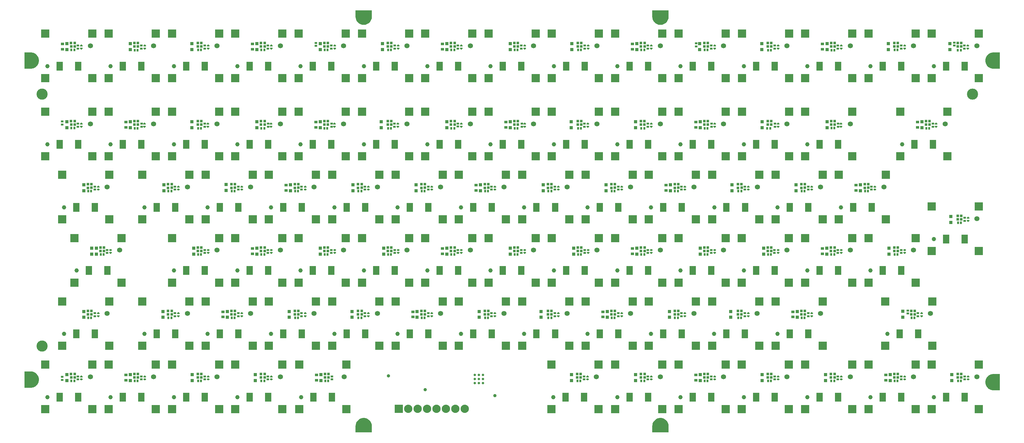
<source format=gts>
G04*
G04 #@! TF.GenerationSoftware,Altium Limited,Altium Designer,24.2.2 (26)*
G04*
G04 Layer_Color=8388736*
%FSLAX44Y44*%
%MOMM*%
G71*
G04*
G04 #@! TF.SameCoordinates,2B7E99FB-4F0D-402E-9D71-9E8D4FD60802*
G04*
G04*
G04 #@! TF.FilePolarity,Negative*
G04*
G01*
G75*
%ADD19C,3.0000*%
%ADD20R,0.6400X0.5400*%
%ADD21R,0.5400X0.6400*%
%ADD22R,0.7100X0.7100*%
%ADD23R,0.9600X0.9600*%
%ADD24R,0.6500X0.4000*%
%ADD25R,0.4000X0.5000*%
%ADD26C,0.9100*%
%ADD27R,0.9600X0.7600*%
%ADD28C,2.2400*%
%ADD29R,2.2400X2.2400*%
%ADD30R,2.1600X2.1600*%
%ADD31C,1.3600*%
%ADD32C,1.1600*%
%ADD33R,1.7100X2.3600*%
%ADD34C,2.3600*%
%ADD35C,0.6600*%
G36*
X1739030Y1098890D02*
X1739030Y1097929D01*
X1738863Y1096016D01*
X1738529Y1094124D01*
X1738032Y1092268D01*
X1737375Y1090463D01*
X1736563Y1088722D01*
X1735602Y1087058D01*
X1734500Y1085484D01*
X1733266Y1084013D01*
X1731907Y1082654D01*
X1730435Y1081420D01*
X1728862Y1080318D01*
X1727198Y1079357D01*
X1725457Y1078545D01*
X1723652Y1077888D01*
X1721796Y1077391D01*
X1719904Y1077057D01*
X1717991Y1076890D01*
X1716069Y1076890D01*
X1714156Y1077057D01*
X1712264Y1077391D01*
X1710408Y1077888D01*
X1708603Y1078545D01*
X1706862Y1079357D01*
X1705198Y1080318D01*
X1703625Y1081420D01*
X1702153Y1082654D01*
X1700795Y1084013D01*
X1699560Y1085484D01*
X1698458Y1087058D01*
X1697497Y1088722D01*
X1696685Y1090463D01*
X1696028Y1092268D01*
X1695531Y1094124D01*
X1695197Y1096016D01*
X1695030Y1097929D01*
X1695030Y1098890D01*
Y1098890D01*
X1695030D01*
Y1115890D01*
X1739030D01*
Y1098890D01*
D02*
G37*
G36*
X939030D02*
X939030Y1097929D01*
X938863Y1096016D01*
X938529Y1094124D01*
X938032Y1092268D01*
X937375Y1090463D01*
X936563Y1088722D01*
X935602Y1087058D01*
X934500Y1085484D01*
X933266Y1084013D01*
X931907Y1082654D01*
X930435Y1081420D01*
X928862Y1080318D01*
X927198Y1079357D01*
X925457Y1078545D01*
X923652Y1077888D01*
X921796Y1077391D01*
X919904Y1077057D01*
X917990Y1076890D01*
X916069Y1076890D01*
X914156Y1077057D01*
X912264Y1077391D01*
X910408Y1077888D01*
X908603Y1078545D01*
X906862Y1079357D01*
X905198Y1080318D01*
X903624Y1081420D01*
X902153Y1082654D01*
X900795Y1084013D01*
X899560Y1085484D01*
X898458Y1087058D01*
X897497Y1088722D01*
X896685Y1090463D01*
X896028Y1092268D01*
X895531Y1094124D01*
X895197Y1096016D01*
X895030Y1097929D01*
X895030Y1098890D01*
Y1098890D01*
X895030D01*
Y1115890D01*
X939030D01*
Y1098890D01*
D02*
G37*
G36*
X21874Y1002323D02*
X23766Y1001989D01*
X25622Y1001492D01*
X27427Y1000835D01*
X29168Y1000023D01*
X30832Y999062D01*
X32406Y997960D01*
X33877Y996726D01*
X35236Y995367D01*
X36470Y993895D01*
X37572Y992322D01*
X38533Y990658D01*
X39345Y988917D01*
X40002Y987112D01*
X40499Y985256D01*
X40833Y983364D01*
X41000Y981451D01*
X41000Y979529D01*
X40833Y977616D01*
X40499Y975724D01*
X40002Y973868D01*
X39345Y972063D01*
X38533Y970322D01*
X37572Y968658D01*
X36470Y967085D01*
X35236Y965613D01*
X33877Y964255D01*
X32406Y963020D01*
X30832Y961918D01*
X29168Y960957D01*
X27427Y960145D01*
X25622Y959488D01*
X23766Y958991D01*
X21874Y958658D01*
X19961Y958490D01*
X19000Y958490D01*
X19000D01*
Y958490D01*
X2000D01*
Y1002490D01*
X19000D01*
X19961Y1002490D01*
X21874Y1002323D01*
D02*
G37*
G36*
X2615050Y1002490D02*
X2632050D01*
Y958490D01*
X2615050D01*
X2614089Y958490D01*
X2612176Y958657D01*
X2610284Y958991D01*
X2608428Y959488D01*
X2606623Y960145D01*
X2604882Y960957D01*
X2603218Y961918D01*
X2601645Y963020D01*
X2600173Y964254D01*
X2598814Y965613D01*
X2597580Y967085D01*
X2596478Y968658D01*
X2595517Y970322D01*
X2594705Y972063D01*
X2594048Y973868D01*
X2593551Y975724D01*
X2593217Y977616D01*
X2593050Y979529D01*
X2593050Y981451D01*
X2593217Y983364D01*
X2593551Y985256D01*
X2594048Y987112D01*
X2594705Y988917D01*
X2595517Y990658D01*
X2596478Y992322D01*
X2597580Y993895D01*
X2598814Y995367D01*
X2600173Y996725D01*
X2601645Y997960D01*
X2603218Y999062D01*
X2604882Y1000023D01*
X2606623Y1000835D01*
X2608428Y1001492D01*
X2610284Y1001989D01*
X2612176Y1002323D01*
X2614089Y1002490D01*
X2615050Y1002490D01*
X2615050D01*
Y1002490D01*
D02*
G37*
G36*
X21874Y141473D02*
X23766Y141139D01*
X25622Y140642D01*
X27427Y139985D01*
X29168Y139173D01*
X30832Y138212D01*
X32406Y137110D01*
X33877Y135876D01*
X35236Y134517D01*
X36470Y133046D01*
X37572Y131472D01*
X38533Y129808D01*
X39345Y128067D01*
X40002Y126262D01*
X40499Y124406D01*
X40833Y122514D01*
X41000Y120601D01*
X41000Y118680D01*
X40833Y116766D01*
X40499Y114874D01*
X40002Y113018D01*
X39345Y111213D01*
X38533Y109472D01*
X37572Y107808D01*
X36470Y106235D01*
X35236Y104763D01*
X33877Y103405D01*
X32406Y102170D01*
X30832Y101068D01*
X29168Y100107D01*
X27427Y99295D01*
X25622Y98638D01*
X23766Y98141D01*
X21874Y97807D01*
X19961Y97640D01*
X19000Y97640D01*
X19000D01*
Y97640D01*
X2000D01*
Y141640D01*
X19000D01*
X19961Y141640D01*
X21874Y141473D01*
D02*
G37*
G36*
X2615050Y134790D02*
X2632050D01*
Y90790D01*
X2615050D01*
X2614089Y90790D01*
X2612176Y90957D01*
X2610284Y91291D01*
X2608428Y91788D01*
X2606623Y92445D01*
X2604882Y93257D01*
X2603218Y94218D01*
X2601645Y95320D01*
X2600173Y96554D01*
X2598814Y97913D01*
X2597580Y99384D01*
X2596478Y100958D01*
X2595517Y102622D01*
X2594705Y104363D01*
X2594048Y106168D01*
X2593551Y108024D01*
X2593217Y109916D01*
X2593050Y111829D01*
X2593050Y113750D01*
X2593217Y115664D01*
X2593551Y117556D01*
X2594048Y119412D01*
X2594705Y121217D01*
X2595517Y122958D01*
X2596478Y124622D01*
X2597580Y126195D01*
X2598814Y127667D01*
X2600173Y129025D01*
X2601645Y130260D01*
X2603218Y131362D01*
X2604882Y132323D01*
X2606623Y133135D01*
X2608428Y133792D01*
X2610284Y134289D01*
X2612176Y134622D01*
X2614089Y134790D01*
X2615050Y134790D01*
X2615050D01*
Y134790D01*
D02*
G37*
G36*
X1719904Y15773D02*
X1721796Y15439D01*
X1723652Y14942D01*
X1725457Y14285D01*
X1727198Y13473D01*
X1728862Y12512D01*
X1730435Y11410D01*
X1731907Y10176D01*
X1733266Y8817D01*
X1734500Y7345D01*
X1735602Y5772D01*
X1736563Y4108D01*
X1737375Y2367D01*
X1738032Y562D01*
X1738529Y-1294D01*
X1738862Y-3186D01*
X1739030Y-5099D01*
X1739030Y-6060D01*
Y-6060D01*
X1739030D01*
Y-23060D01*
X1695030D01*
Y-6060D01*
X1695030Y-5099D01*
X1695197Y-3186D01*
X1695531Y-1294D01*
X1696028Y562D01*
X1696685Y2367D01*
X1697497Y4108D01*
X1698458Y5772D01*
X1699560Y7345D01*
X1700794Y8817D01*
X1702153Y10176D01*
X1703625Y11410D01*
X1705198Y12512D01*
X1706862Y13473D01*
X1708603Y14285D01*
X1710408Y14942D01*
X1712264Y15439D01*
X1714156Y15773D01*
X1716069Y15940D01*
X1717991Y15940D01*
X1719904Y15773D01*
D02*
G37*
G36*
X919904D02*
X921796Y15439D01*
X923652Y14942D01*
X925457Y14285D01*
X927198Y13473D01*
X928862Y12512D01*
X930435Y11410D01*
X931907Y10176D01*
X933266Y8817D01*
X934500Y7345D01*
X935602Y5772D01*
X936563Y4108D01*
X937375Y2367D01*
X938032Y562D01*
X938529Y-1294D01*
X938863Y-3186D01*
X939030Y-5099D01*
X939030Y-6060D01*
Y-6060D01*
X939030D01*
Y-23060D01*
X895030D01*
Y-6060D01*
X895030Y-5099D01*
X895197Y-3186D01*
X895531Y-1294D01*
X896028Y562D01*
X896685Y2367D01*
X897497Y4108D01*
X898458Y5772D01*
X899560Y7345D01*
X900794Y8817D01*
X902153Y10176D01*
X903624Y11410D01*
X905198Y12512D01*
X906862Y13473D01*
X908603Y14285D01*
X910408Y14942D01*
X912264Y15439D01*
X914156Y15773D01*
X916069Y15940D01*
X917990Y15940D01*
X919904Y15773D01*
D02*
G37*
D19*
X50000Y210000D02*
D03*
Y890000D02*
D03*
X2558550D02*
D03*
D20*
X1510890Y120050D02*
D03*
Y127950D02*
D03*
X1683120Y120050D02*
D03*
Y127950D02*
D03*
X1853850Y120050D02*
D03*
Y127950D02*
D03*
X2024590Y120050D02*
D03*
Y127950D02*
D03*
X2195320Y120050D02*
D03*
Y127950D02*
D03*
X2366050Y120050D02*
D03*
Y127950D02*
D03*
X2536780Y120050D02*
D03*
Y127950D02*
D03*
X2411420Y290790D02*
D03*
Y298690D02*
D03*
X2115270Y290790D02*
D03*
Y298690D02*
D03*
X1944530Y290790D02*
D03*
Y298690D02*
D03*
X1773800Y290790D02*
D03*
Y298690D02*
D03*
X1603070Y290790D02*
D03*
Y298690D02*
D03*
X1432330Y290790D02*
D03*
Y298690D02*
D03*
X1261600Y290790D02*
D03*
Y298690D02*
D03*
X1090870Y290790D02*
D03*
Y298690D02*
D03*
X920140Y290790D02*
D03*
Y298690D02*
D03*
X749400Y290790D02*
D03*
Y298690D02*
D03*
X578670Y290790D02*
D03*
Y298690D02*
D03*
X407940Y290790D02*
D03*
Y298690D02*
D03*
X487940Y461520D02*
D03*
Y469420D02*
D03*
X658670Y461520D02*
D03*
Y469420D02*
D03*
X829400Y461520D02*
D03*
Y469420D02*
D03*
X1170870Y461520D02*
D03*
Y469420D02*
D03*
X1000140Y461520D02*
D03*
Y469420D02*
D03*
X1341600Y461520D02*
D03*
Y469420D02*
D03*
X1512330Y461520D02*
D03*
Y469420D02*
D03*
X1683070Y461520D02*
D03*
Y469420D02*
D03*
X1853800Y461520D02*
D03*
Y469420D02*
D03*
X2024530Y461520D02*
D03*
Y469420D02*
D03*
X2195270Y461520D02*
D03*
Y469420D02*
D03*
X2366050Y461520D02*
D03*
Y469420D02*
D03*
X2536780Y548050D02*
D03*
Y555950D02*
D03*
X2286050Y632250D02*
D03*
Y640150D02*
D03*
X2115320Y632250D02*
D03*
Y640150D02*
D03*
X1944590Y632250D02*
D03*
Y640150D02*
D03*
X1603070Y632250D02*
D03*
Y640150D02*
D03*
X1432330Y632250D02*
D03*
Y640150D02*
D03*
X1261600Y632250D02*
D03*
Y640150D02*
D03*
X1773800Y632250D02*
D03*
Y640150D02*
D03*
X1090870Y632250D02*
D03*
Y640150D02*
D03*
X920140Y632250D02*
D03*
Y640150D02*
D03*
X749400Y632250D02*
D03*
Y640150D02*
D03*
X578670Y632250D02*
D03*
Y640150D02*
D03*
X407940Y632250D02*
D03*
Y640150D02*
D03*
X488000Y802320D02*
D03*
Y810220D02*
D03*
X318000Y802320D02*
D03*
Y810220D02*
D03*
X659000Y802320D02*
D03*
Y810220D02*
D03*
X830000Y802320D02*
D03*
Y810220D02*
D03*
X1000000Y802320D02*
D03*
Y810220D02*
D03*
X1170320Y802335D02*
D03*
Y810235D02*
D03*
X1343000Y802320D02*
D03*
Y810220D02*
D03*
X1512000Y802320D02*
D03*
Y810220D02*
D03*
X1683000Y802320D02*
D03*
Y810220D02*
D03*
X1855000Y802320D02*
D03*
Y810220D02*
D03*
X2026000Y802320D02*
D03*
Y810220D02*
D03*
X2196000Y802320D02*
D03*
Y810220D02*
D03*
X2452000Y802320D02*
D03*
Y810220D02*
D03*
X2536620Y1013050D02*
D03*
Y1020950D02*
D03*
X2366050Y1013050D02*
D03*
Y1020950D02*
D03*
X2195450Y1013050D02*
D03*
Y1020950D02*
D03*
X2024620Y1013050D02*
D03*
Y1020950D02*
D03*
X1853620Y1013050D02*
D03*
Y1020950D02*
D03*
X1682940Y1013050D02*
D03*
Y1020950D02*
D03*
X1512340Y1013050D02*
D03*
Y1020950D02*
D03*
X1341620Y1013050D02*
D03*
Y1020950D02*
D03*
X1170790Y1013050D02*
D03*
Y1020950D02*
D03*
X1000130Y1013050D02*
D03*
Y1020950D02*
D03*
X829290Y1013050D02*
D03*
Y1020950D02*
D03*
X658620Y1013050D02*
D03*
Y1020950D02*
D03*
X487980Y1013050D02*
D03*
Y1020950D02*
D03*
X317170Y1013050D02*
D03*
Y1020950D02*
D03*
X146470Y1013050D02*
D03*
Y1020950D02*
D03*
Y802320D02*
D03*
Y810220D02*
D03*
X191840Y632250D02*
D03*
Y640150D02*
D03*
X225310Y461520D02*
D03*
Y469420D02*
D03*
X191840Y290790D02*
D03*
Y298690D02*
D03*
X146470Y120050D02*
D03*
Y127950D02*
D03*
X317200Y120050D02*
D03*
Y127950D02*
D03*
X487940Y120050D02*
D03*
Y127950D02*
D03*
X658670Y120050D02*
D03*
Y127950D02*
D03*
X830890Y120050D02*
D03*
Y127950D02*
D03*
X2509448Y1028857D02*
D03*
Y1020957D02*
D03*
X2383586Y306131D02*
D03*
Y298231D02*
D03*
X1813077Y1019050D02*
D03*
Y1026950D02*
D03*
X788000Y1020050D02*
D03*
Y1027950D02*
D03*
X104000Y808050D02*
D03*
Y815950D02*
D03*
Y119050D02*
D03*
Y126950D02*
D03*
D21*
X1493240Y115770D02*
D03*
X1501140D02*
D03*
X1756150Y286000D02*
D03*
X1764050D02*
D03*
X641020Y457000D02*
D03*
X648920D02*
D03*
X2348400D02*
D03*
X2356300D02*
D03*
X902490Y627970D02*
D03*
X910390D02*
D03*
X1323611Y797889D02*
D03*
X1331511D02*
D03*
X2006970Y1008644D02*
D03*
X2014870D02*
D03*
X299520Y1008436D02*
D03*
X307420D02*
D03*
X1665470Y115770D02*
D03*
X1673370D02*
D03*
X1585420Y286000D02*
D03*
X1593320D02*
D03*
X811750Y457000D02*
D03*
X819650D02*
D03*
X2519130Y542610D02*
D03*
X2527030D02*
D03*
X731750Y627970D02*
D03*
X739650D02*
D03*
X1494690Y798000D02*
D03*
X1502590D02*
D03*
X1835970Y1009000D02*
D03*
X1843870D02*
D03*
X128820D02*
D03*
X136720D02*
D03*
X1836200Y115770D02*
D03*
X1844100D02*
D03*
X1414680Y286000D02*
D03*
X1422580D02*
D03*
X982490Y457000D02*
D03*
X990390D02*
D03*
X2268400Y627970D02*
D03*
X2276300D02*
D03*
X561020D02*
D03*
X568920D02*
D03*
X1665290Y798000D02*
D03*
X1673190D02*
D03*
X1665290Y1009000D02*
D03*
X1673190D02*
D03*
X128820Y798270D02*
D03*
X136720D02*
D03*
X2006940Y115770D02*
D03*
X2014840D02*
D03*
X1243950Y285926D02*
D03*
X1251850D02*
D03*
X1153220Y457000D02*
D03*
X1161120D02*
D03*
X2097670Y627970D02*
D03*
X2105570D02*
D03*
X390290D02*
D03*
X398190D02*
D03*
X1835970Y798000D02*
D03*
X1843870D02*
D03*
X1494690Y1009000D02*
D03*
X1502590D02*
D03*
X174190Y627970D02*
D03*
X182090D02*
D03*
X2177670Y115770D02*
D03*
X2185570D02*
D03*
X1073220Y286355D02*
D03*
X1081120D02*
D03*
X1323950Y457000D02*
D03*
X1331850D02*
D03*
X1926940Y627970D02*
D03*
X1934840D02*
D03*
X299520Y797762D02*
D03*
X307420D02*
D03*
X2005050Y798000D02*
D03*
X2012950D02*
D03*
X1323970Y1009000D02*
D03*
X1331870D02*
D03*
X207660Y457000D02*
D03*
X215560D02*
D03*
X2348400Y115770D02*
D03*
X2356300D02*
D03*
X902490Y285993D02*
D03*
X910390D02*
D03*
X1494680Y457000D02*
D03*
X1502580D02*
D03*
X1756150Y627970D02*
D03*
X1764050D02*
D03*
X470310Y798000D02*
D03*
X478210D02*
D03*
X2177800Y798154D02*
D03*
X2185700D02*
D03*
X1153140Y1009074D02*
D03*
X1161040D02*
D03*
X174190Y286510D02*
D03*
X182090D02*
D03*
X2519130Y115770D02*
D03*
X2527030D02*
D03*
X731750Y286015D02*
D03*
X739650D02*
D03*
X1665420Y457000D02*
D03*
X1673320D02*
D03*
X1585420Y627970D02*
D03*
X1593320D02*
D03*
X640970Y797818D02*
D03*
X648870D02*
D03*
X2433610Y797987D02*
D03*
X2441510D02*
D03*
X982480Y1009000D02*
D03*
X990380D02*
D03*
X128820Y115770D02*
D03*
X136720D02*
D03*
X2393770Y286000D02*
D03*
X2401670D02*
D03*
X561020D02*
D03*
X568920D02*
D03*
X1836150Y457000D02*
D03*
X1844050D02*
D03*
X1414680Y627970D02*
D03*
X1422580D02*
D03*
X810855Y797770D02*
D03*
X818755D02*
D03*
X2518970Y1008500D02*
D03*
X2526870D02*
D03*
X811640Y1009000D02*
D03*
X819540D02*
D03*
X299550Y115770D02*
D03*
X307450D02*
D03*
X2097620Y286000D02*
D03*
X2105520D02*
D03*
X390290D02*
D03*
X398190D02*
D03*
X2006880Y457000D02*
D03*
X2014780D02*
D03*
X1243950Y627970D02*
D03*
X1251850D02*
D03*
X982480Y798000D02*
D03*
X990380D02*
D03*
X2348400Y1009000D02*
D03*
X2356300D02*
D03*
X640970Y1008917D02*
D03*
X648870D02*
D03*
X470290Y115770D02*
D03*
X478190D02*
D03*
X1926880Y286000D02*
D03*
X1934780D02*
D03*
X470290Y457000D02*
D03*
X478190D02*
D03*
X2177620D02*
D03*
X2185520D02*
D03*
X1073220Y627970D02*
D03*
X1081120D02*
D03*
X1153140Y798000D02*
D03*
X1161040D02*
D03*
X2177800Y1008439D02*
D03*
X2185700D02*
D03*
X470310Y1009000D02*
D03*
X478210D02*
D03*
X641020Y115770D02*
D03*
X648920D02*
D03*
X821140Y115770D02*
D03*
X813240D02*
D03*
D22*
X1674162Y134520D02*
D03*
X1664662D02*
D03*
X1674178Y125084D02*
D03*
X1664678Y125020D02*
D03*
X1594112Y305260D02*
D03*
X1584612D02*
D03*
X1594128Y295824D02*
D03*
X1584628Y295760D02*
D03*
X820442Y475990D02*
D03*
X810942D02*
D03*
X820458Y466554D02*
D03*
X810958Y466490D02*
D03*
X2527822Y561360D02*
D03*
X2518322D02*
D03*
X2527838Y551924D02*
D03*
X2518338Y551860D02*
D03*
X740442Y646720D02*
D03*
X730942D02*
D03*
X740458Y637284D02*
D03*
X730958Y637220D02*
D03*
X1503382Y817020D02*
D03*
X1493882D02*
D03*
X1503398Y807584D02*
D03*
X1493898Y807520D02*
D03*
X1844842Y1027750D02*
D03*
X1835342D02*
D03*
X1844858Y1018314D02*
D03*
X1835358Y1018250D02*
D03*
X137512Y1027750D02*
D03*
X128012D02*
D03*
X137528Y1018314D02*
D03*
X128028Y1018250D02*
D03*
X1844892Y134520D02*
D03*
X1835392D02*
D03*
X1844908Y125084D02*
D03*
X1835408Y125020D02*
D03*
X1423372Y305260D02*
D03*
X1413872D02*
D03*
X1423388Y295824D02*
D03*
X1413888Y295760D02*
D03*
X991182Y475990D02*
D03*
X981682D02*
D03*
X991198Y466554D02*
D03*
X981698Y466490D02*
D03*
X2277092Y646720D02*
D03*
X2267592D02*
D03*
X2277108Y637284D02*
D03*
X2267608Y637220D02*
D03*
X569712Y646720D02*
D03*
X560212D02*
D03*
X569728Y637284D02*
D03*
X560228Y637220D02*
D03*
X1673982Y817020D02*
D03*
X1664482D02*
D03*
X1673998Y807584D02*
D03*
X1664498Y807520D02*
D03*
X1674112Y1027750D02*
D03*
X1664612D02*
D03*
X1674128Y1018314D02*
D03*
X1664628Y1018250D02*
D03*
X137512Y817020D02*
D03*
X128012D02*
D03*
X137528Y807584D02*
D03*
X128028Y807520D02*
D03*
X2015632Y134520D02*
D03*
X2006132D02*
D03*
X2015648Y125084D02*
D03*
X2006148Y125020D02*
D03*
X1252642Y305260D02*
D03*
X1243142D02*
D03*
X1252658Y295824D02*
D03*
X1243158Y295760D02*
D03*
X1161912Y475990D02*
D03*
X1152412D02*
D03*
X1161928Y466554D02*
D03*
X1152428Y466490D02*
D03*
X2106362Y646720D02*
D03*
X2096862D02*
D03*
X2106378Y637284D02*
D03*
X2096878Y637220D02*
D03*
X398982Y646720D02*
D03*
X389482D02*
D03*
X398998Y637284D02*
D03*
X389498Y637220D02*
D03*
X1844662Y817020D02*
D03*
X1835162D02*
D03*
X1844678Y807584D02*
D03*
X1835178Y807520D02*
D03*
X1503382Y1027750D02*
D03*
X1493882D02*
D03*
X1503398Y1018314D02*
D03*
X1493898Y1018250D02*
D03*
X182882Y646720D02*
D03*
X173382D02*
D03*
X182898Y637284D02*
D03*
X173398Y637220D02*
D03*
X2186362Y134520D02*
D03*
X2176862D02*
D03*
X2186378Y125084D02*
D03*
X2176878Y125020D02*
D03*
X1081912Y305260D02*
D03*
X1072412D02*
D03*
X1081928Y295824D02*
D03*
X1072428Y295760D02*
D03*
X1332642Y475990D02*
D03*
X1323142D02*
D03*
X1332658Y466554D02*
D03*
X1323158Y466490D02*
D03*
X1935632Y646720D02*
D03*
X1926132D02*
D03*
X1935648Y637284D02*
D03*
X1926148Y637220D02*
D03*
X308212Y817020D02*
D03*
X298712D02*
D03*
X308228Y807584D02*
D03*
X298728Y807520D02*
D03*
X2015662Y817020D02*
D03*
X2006162D02*
D03*
X2015678Y807584D02*
D03*
X2006178Y807520D02*
D03*
X1332662Y1027750D02*
D03*
X1323162D02*
D03*
X1332678Y1018314D02*
D03*
X1323178Y1018250D02*
D03*
X216392Y475990D02*
D03*
X206892D02*
D03*
X216408Y466554D02*
D03*
X206908Y466490D02*
D03*
X2357092Y134520D02*
D03*
X2347592D02*
D03*
X2357108Y125084D02*
D03*
X2347608Y125020D02*
D03*
X911182Y305260D02*
D03*
X901682D02*
D03*
X911198Y295824D02*
D03*
X901698Y295760D02*
D03*
X1503372Y475990D02*
D03*
X1493872D02*
D03*
X1503388Y466554D02*
D03*
X1493888Y466490D02*
D03*
X1764842Y646720D02*
D03*
X1755342D02*
D03*
X1764858Y637284D02*
D03*
X1755358Y637220D02*
D03*
X479002Y817020D02*
D03*
X469502D02*
D03*
X479018Y807584D02*
D03*
X469518Y807520D02*
D03*
X2186492Y817020D02*
D03*
X2176992D02*
D03*
X2186508Y807584D02*
D03*
X2177008Y807520D02*
D03*
X1161832Y1027750D02*
D03*
X1152332D02*
D03*
X1161848Y1018314D02*
D03*
X1152348Y1018250D02*
D03*
X182882Y305260D02*
D03*
X173382D02*
D03*
X182898Y295824D02*
D03*
X173398Y295760D02*
D03*
X2527822Y134520D02*
D03*
X2518322D02*
D03*
X2527838Y125084D02*
D03*
X2518338Y125020D02*
D03*
X740442Y305260D02*
D03*
X730942D02*
D03*
X740458Y295824D02*
D03*
X730958Y295760D02*
D03*
X1674112Y475990D02*
D03*
X1664612D02*
D03*
X1674128Y466554D02*
D03*
X1664628Y466490D02*
D03*
X1594112Y646720D02*
D03*
X1584612D02*
D03*
X1594128Y637284D02*
D03*
X1584628Y637220D02*
D03*
X649662Y817020D02*
D03*
X640162D02*
D03*
X649678Y807584D02*
D03*
X640178Y807520D02*
D03*
X2442302Y817020D02*
D03*
X2432802D02*
D03*
X2442318Y807584D02*
D03*
X2432818Y807520D02*
D03*
X991172Y1027750D02*
D03*
X981672D02*
D03*
X991188Y1018314D02*
D03*
X981688Y1018250D02*
D03*
X137512Y134520D02*
D03*
X128012D02*
D03*
X137528Y125084D02*
D03*
X128028Y125020D02*
D03*
X2402462Y305260D02*
D03*
X2392962D02*
D03*
X2402478Y295824D02*
D03*
X2392978Y295760D02*
D03*
X569712Y305260D02*
D03*
X560212D02*
D03*
X569728Y295824D02*
D03*
X560228Y295760D02*
D03*
X1844842Y475990D02*
D03*
X1835342D02*
D03*
X1844858Y466554D02*
D03*
X1835358Y466490D02*
D03*
X1423372Y646720D02*
D03*
X1413872D02*
D03*
X1423388Y637284D02*
D03*
X1413888Y637220D02*
D03*
X820332Y817020D02*
D03*
X810832D02*
D03*
X820348Y807584D02*
D03*
X810848Y807520D02*
D03*
X2527822Y1027750D02*
D03*
X2518322D02*
D03*
X2527838Y1018314D02*
D03*
X2518338Y1018250D02*
D03*
X820332Y1027750D02*
D03*
X810832D02*
D03*
X820348Y1018314D02*
D03*
X810848Y1018250D02*
D03*
X308242Y134520D02*
D03*
X298742D02*
D03*
X308258Y125084D02*
D03*
X298758Y125020D02*
D03*
X2106312Y305260D02*
D03*
X2096812D02*
D03*
X2106328Y295824D02*
D03*
X2096828Y295760D02*
D03*
X398982Y305260D02*
D03*
X389482D02*
D03*
X398998Y295824D02*
D03*
X389498Y295760D02*
D03*
X2015572Y475990D02*
D03*
X2006072D02*
D03*
X2015588Y466554D02*
D03*
X2006088Y466490D02*
D03*
X1252642Y646720D02*
D03*
X1243142D02*
D03*
X1252658Y637284D02*
D03*
X1243158Y637220D02*
D03*
X991172Y817020D02*
D03*
X981672D02*
D03*
X991188Y807584D02*
D03*
X981688Y807520D02*
D03*
X2357092Y1027750D02*
D03*
X2347592D02*
D03*
X2357108Y1018314D02*
D03*
X2347608Y1018250D02*
D03*
X649662Y1027750D02*
D03*
X640162D02*
D03*
X649678Y1018314D02*
D03*
X640178Y1018250D02*
D03*
X478982Y134520D02*
D03*
X469482D02*
D03*
X478998Y125084D02*
D03*
X469498Y125020D02*
D03*
X1935572Y305260D02*
D03*
X1926072D02*
D03*
X1935588Y295824D02*
D03*
X1926088Y295760D02*
D03*
X478982Y475990D02*
D03*
X469482D02*
D03*
X478998Y466554D02*
D03*
X469498Y466490D02*
D03*
X2186312Y475990D02*
D03*
X2176812D02*
D03*
X2186328Y466554D02*
D03*
X2176828Y466490D02*
D03*
X1081912Y646720D02*
D03*
X1072412D02*
D03*
X1081928Y637284D02*
D03*
X1072428Y637220D02*
D03*
X1161832Y817020D02*
D03*
X1152332D02*
D03*
X1161848Y807584D02*
D03*
X1152348Y807520D02*
D03*
X2186522Y1027750D02*
D03*
X2177022D02*
D03*
X2186538Y1018314D02*
D03*
X2177038Y1018250D02*
D03*
X479002Y1027750D02*
D03*
X469502D02*
D03*
X479018Y1018314D02*
D03*
X469518Y1018250D02*
D03*
X649712Y134520D02*
D03*
X640212D02*
D03*
X649728Y125084D02*
D03*
X640228Y125020D02*
D03*
X1501932Y134520D02*
D03*
X1492432D02*
D03*
X1501948Y125084D02*
D03*
X1492448Y125020D02*
D03*
X1764842Y305260D02*
D03*
X1755342D02*
D03*
X1764858Y295824D02*
D03*
X1755358Y295760D02*
D03*
X649712Y475990D02*
D03*
X640212D02*
D03*
X649728Y466554D02*
D03*
X640228Y466490D02*
D03*
X2357092Y475990D02*
D03*
X2347592D02*
D03*
X2357108Y466554D02*
D03*
X2347608Y466490D02*
D03*
X911182Y646720D02*
D03*
X901682D02*
D03*
X911198Y637284D02*
D03*
X901698Y637220D02*
D03*
X1332662Y817020D02*
D03*
X1323162D02*
D03*
X1332678Y807584D02*
D03*
X1323178Y807520D02*
D03*
X2015792Y1027750D02*
D03*
X2006292D02*
D03*
X2015808Y1018314D02*
D03*
X2006308Y1018250D02*
D03*
X308212Y1027750D02*
D03*
X298712D02*
D03*
X308228Y1018314D02*
D03*
X298728Y1018250D02*
D03*
X821932Y134520D02*
D03*
X812432D02*
D03*
X821948Y125084D02*
D03*
X812448Y125020D02*
D03*
D23*
X183830Y474340D02*
D03*
Y458340D02*
D03*
X1477420Y132870D02*
D03*
Y116870D02*
D03*
X1991120Y132870D02*
D03*
Y116870D02*
D03*
X2502338Y132813D02*
D03*
Y116813D02*
D03*
X1906574Y303610D02*
D03*
Y287610D02*
D03*
X1395443Y303610D02*
D03*
Y287610D02*
D03*
X885000Y303610D02*
D03*
Y287610D02*
D03*
X375340Y303610D02*
D03*
Y287610D02*
D03*
X799800Y458340D02*
D03*
Y474340D02*
D03*
X1312000Y458340D02*
D03*
Y474340D02*
D03*
X1824200Y458340D02*
D03*
Y474340D02*
D03*
X2333450Y474340D02*
D03*
Y458340D02*
D03*
X2082720Y645070D02*
D03*
Y629070D02*
D03*
X1570470Y645070D02*
D03*
Y629070D02*
D03*
X1058270Y645070D02*
D03*
Y629070D02*
D03*
X546070Y646020D02*
D03*
Y630020D02*
D03*
X453510Y815370D02*
D03*
Y799370D02*
D03*
X964000Y815370D02*
D03*
Y799370D02*
D03*
X1476000Y815370D02*
D03*
Y799370D02*
D03*
X1991280Y815370D02*
D03*
Y799370D02*
D03*
X2497246Y1026088D02*
D03*
Y1010088D02*
D03*
X1990170Y1026100D02*
D03*
Y1010100D02*
D03*
X1477890Y1026100D02*
D03*
Y1010100D02*
D03*
X967314Y1026194D02*
D03*
Y1010194D02*
D03*
X453510Y1026100D02*
D03*
Y1010100D02*
D03*
X116870Y815370D02*
D03*
Y799370D02*
D03*
X162240Y303610D02*
D03*
Y287610D02*
D03*
X454000Y132870D02*
D03*
Y116870D02*
D03*
X1649650Y116870D02*
D03*
Y132870D02*
D03*
X2161850Y116870D02*
D03*
Y132870D02*
D03*
X2370312Y303886D02*
D03*
Y287886D02*
D03*
X1741000Y287610D02*
D03*
Y303610D02*
D03*
X1228130Y287610D02*
D03*
Y303610D02*
D03*
X715930Y287610D02*
D03*
Y303610D02*
D03*
X458340Y458340D02*
D03*
Y474340D02*
D03*
X970540Y458340D02*
D03*
Y474340D02*
D03*
X1482730Y458340D02*
D03*
Y474340D02*
D03*
X1994930Y458340D02*
D03*
Y474340D02*
D03*
X2500180Y559710D02*
D03*
Y543710D02*
D03*
X1909990Y645070D02*
D03*
Y629070D02*
D03*
X1400730Y645070D02*
D03*
Y629070D02*
D03*
X887540Y645070D02*
D03*
Y629070D02*
D03*
X378340Y629070D02*
D03*
Y645070D02*
D03*
X629060Y799370D02*
D03*
Y815370D02*
D03*
X1141340Y799370D02*
D03*
Y815370D02*
D03*
X1649600Y815370D02*
D03*
Y799370D02*
D03*
X2166000Y799370D02*
D03*
Y815370D02*
D03*
X2331600Y1010100D02*
D03*
Y1026100D02*
D03*
X1823000Y1026000D02*
D03*
Y1010000D02*
D03*
X1312000Y1010000D02*
D03*
Y1026000D02*
D03*
X799800Y1026100D02*
D03*
Y1010100D02*
D03*
X287720Y1026100D02*
D03*
Y1010100D02*
D03*
X162240Y629070D02*
D03*
Y645070D02*
D03*
X116870Y132870D02*
D03*
Y116870D02*
D03*
X625000Y132870D02*
D03*
Y116870D02*
D03*
X1824250Y132870D02*
D03*
Y116870D02*
D03*
X2336450Y132870D02*
D03*
Y116870D02*
D03*
X2085670Y287610D02*
D03*
Y303610D02*
D03*
X1573470Y287610D02*
D03*
Y303610D02*
D03*
X1061000Y287610D02*
D03*
Y303610D02*
D03*
X549000Y287610D02*
D03*
Y303610D02*
D03*
X629070Y474340D02*
D03*
Y458340D02*
D03*
X1141270Y474340D02*
D03*
Y458340D02*
D03*
X1653470Y474340D02*
D03*
Y458340D02*
D03*
X2165670Y474340D02*
D03*
Y458340D02*
D03*
X2256450Y629070D02*
D03*
Y645070D02*
D03*
X1744200Y629070D02*
D03*
Y645070D02*
D03*
X1232000Y629070D02*
D03*
Y645070D02*
D03*
X719800Y629070D02*
D03*
Y645070D02*
D03*
X287720Y815370D02*
D03*
Y799370D02*
D03*
X799800Y815370D02*
D03*
Y799370D02*
D03*
X1311720Y815370D02*
D03*
Y799370D02*
D03*
X1824200Y815370D02*
D03*
Y799370D02*
D03*
X2421810Y815370D02*
D03*
Y799370D02*
D03*
X2166000Y1026100D02*
D03*
Y1010100D02*
D03*
X1653490Y1026100D02*
D03*
Y1010100D02*
D03*
X1141340Y1010100D02*
D03*
Y1026100D02*
D03*
X629060Y1026100D02*
D03*
Y1010100D02*
D03*
X116870Y1026100D02*
D03*
Y1010100D02*
D03*
X196168Y458340D02*
D03*
Y474340D02*
D03*
X287600Y132870D02*
D03*
Y116870D02*
D03*
X801290Y132870D02*
D03*
Y116870D02*
D03*
D24*
X2546160Y127500D02*
D03*
Y120500D02*
D03*
X2375430Y127500D02*
D03*
Y120500D02*
D03*
X2204700Y127500D02*
D03*
Y120500D02*
D03*
X2033970Y127500D02*
D03*
Y120500D02*
D03*
X1863230Y127500D02*
D03*
Y120500D02*
D03*
X1692500Y127500D02*
D03*
Y120500D02*
D03*
X1520270Y127500D02*
D03*
Y120500D02*
D03*
X668050Y127500D02*
D03*
Y120500D02*
D03*
X497320Y127500D02*
D03*
Y120500D02*
D03*
X326580Y127500D02*
D03*
Y120500D02*
D03*
X155850Y127500D02*
D03*
Y120500D02*
D03*
X2420800Y298240D02*
D03*
Y291240D02*
D03*
X2124650Y298240D02*
D03*
Y291240D02*
D03*
X1953910Y298240D02*
D03*
Y291240D02*
D03*
X1783180Y298240D02*
D03*
Y291240D02*
D03*
X1612450Y298240D02*
D03*
Y291240D02*
D03*
X1441710Y298240D02*
D03*
Y291240D02*
D03*
X1270980Y298240D02*
D03*
Y291240D02*
D03*
X1100250Y298240D02*
D03*
Y291240D02*
D03*
X929520Y298240D02*
D03*
Y291240D02*
D03*
X758780Y298240D02*
D03*
Y291240D02*
D03*
X588050Y298240D02*
D03*
Y291240D02*
D03*
X417320Y298240D02*
D03*
Y291240D02*
D03*
X201220Y298240D02*
D03*
Y291240D02*
D03*
X2375430Y468970D02*
D03*
Y461970D02*
D03*
X2204650Y468970D02*
D03*
Y461970D02*
D03*
X2033910Y468970D02*
D03*
Y461970D02*
D03*
X1863180Y468970D02*
D03*
Y461970D02*
D03*
X1692450Y468970D02*
D03*
Y461970D02*
D03*
X1521710Y468970D02*
D03*
Y461970D02*
D03*
X1350980Y468970D02*
D03*
Y461970D02*
D03*
X1180250Y468970D02*
D03*
Y461970D02*
D03*
X1009520Y468970D02*
D03*
Y461970D02*
D03*
X838780Y468970D02*
D03*
Y461970D02*
D03*
X668050Y468970D02*
D03*
Y461970D02*
D03*
X497320Y468970D02*
D03*
Y461970D02*
D03*
X234690Y468970D02*
D03*
Y461970D02*
D03*
X2546160Y555500D02*
D03*
Y548500D02*
D03*
X2295430Y639700D02*
D03*
Y632700D02*
D03*
X2124700Y639700D02*
D03*
Y632700D02*
D03*
X1953970Y639700D02*
D03*
Y632700D02*
D03*
X1783180Y639700D02*
D03*
Y632700D02*
D03*
X1612450Y639700D02*
D03*
Y632700D02*
D03*
X1441710Y639700D02*
D03*
Y632700D02*
D03*
X1270980Y639700D02*
D03*
Y632700D02*
D03*
X1100250Y639700D02*
D03*
Y632700D02*
D03*
X929520Y639700D02*
D03*
Y632700D02*
D03*
X758780Y639700D02*
D03*
Y632700D02*
D03*
X588050Y639700D02*
D03*
Y632700D02*
D03*
X417320Y639700D02*
D03*
Y632700D02*
D03*
X201220Y639700D02*
D03*
Y632700D02*
D03*
X2460000Y809770D02*
D03*
Y802770D02*
D03*
X2204000Y809770D02*
D03*
Y802770D02*
D03*
X2034000Y809770D02*
D03*
Y802770D02*
D03*
X1863000Y809770D02*
D03*
Y802770D02*
D03*
X1692000Y809770D02*
D03*
Y802770D02*
D03*
X1521000Y809770D02*
D03*
Y802770D02*
D03*
X1351000Y809770D02*
D03*
Y802770D02*
D03*
X1179964Y809770D02*
D03*
Y802770D02*
D03*
X1009000Y809770D02*
D03*
Y802770D02*
D03*
X838000Y809770D02*
D03*
Y802770D02*
D03*
X667000Y809770D02*
D03*
Y802770D02*
D03*
X497000Y809770D02*
D03*
Y802770D02*
D03*
X326000Y809770D02*
D03*
Y802770D02*
D03*
X155850Y809770D02*
D03*
Y802770D02*
D03*
X2546000Y1020500D02*
D03*
Y1013500D02*
D03*
X2375434Y1020462D02*
D03*
Y1013462D02*
D03*
X2204828Y1020500D02*
D03*
Y1013500D02*
D03*
X2034000Y1020500D02*
D03*
Y1013500D02*
D03*
X1863000Y1020500D02*
D03*
Y1013500D02*
D03*
X1692318Y1020500D02*
D03*
Y1013500D02*
D03*
X1521718Y1020500D02*
D03*
Y1013500D02*
D03*
X1351000Y1020500D02*
D03*
Y1013500D02*
D03*
X1180172Y1020500D02*
D03*
Y1013500D02*
D03*
X1009515Y1020500D02*
D03*
Y1013500D02*
D03*
X838673Y1020500D02*
D03*
Y1013500D02*
D03*
X668000Y1020500D02*
D03*
Y1013500D02*
D03*
X497340Y1020524D02*
D03*
Y1013524D02*
D03*
X326551Y1020500D02*
D03*
Y1013500D02*
D03*
X155853Y1020500D02*
D03*
Y1013500D02*
D03*
D25*
X2546160Y128000D02*
D03*
Y120000D02*
D03*
X2375430Y128000D02*
D03*
Y120000D02*
D03*
X2204700Y128000D02*
D03*
Y120000D02*
D03*
X2033970Y128000D02*
D03*
Y120000D02*
D03*
X1863230Y128000D02*
D03*
Y120000D02*
D03*
X1692500Y128000D02*
D03*
Y120000D02*
D03*
X1520270Y128000D02*
D03*
Y120000D02*
D03*
X668050Y128000D02*
D03*
Y120000D02*
D03*
X497320Y128000D02*
D03*
Y120000D02*
D03*
X326580Y128000D02*
D03*
Y120000D02*
D03*
X155850Y128000D02*
D03*
Y120000D02*
D03*
X2420800Y298740D02*
D03*
Y290740D02*
D03*
X2124650Y298740D02*
D03*
Y290740D02*
D03*
X1953910Y298740D02*
D03*
Y290740D02*
D03*
X1783180Y298740D02*
D03*
Y290740D02*
D03*
X1612450Y298740D02*
D03*
Y290740D02*
D03*
X1441710Y298740D02*
D03*
Y290740D02*
D03*
X1270980Y298740D02*
D03*
Y290740D02*
D03*
X1100250Y298740D02*
D03*
Y290740D02*
D03*
X929520Y298740D02*
D03*
Y290740D02*
D03*
X758780Y298740D02*
D03*
Y290740D02*
D03*
X588050Y298740D02*
D03*
Y290740D02*
D03*
X417320Y298740D02*
D03*
Y290740D02*
D03*
X201220Y298740D02*
D03*
Y290740D02*
D03*
X2375430Y469470D02*
D03*
Y461470D02*
D03*
X2204650Y469470D02*
D03*
Y461470D02*
D03*
X2033910Y469470D02*
D03*
Y461470D02*
D03*
X1863180Y469470D02*
D03*
Y461470D02*
D03*
X1692450Y469470D02*
D03*
Y461470D02*
D03*
X1521710Y469470D02*
D03*
Y461470D02*
D03*
X1350980Y469470D02*
D03*
Y461470D02*
D03*
X1180250Y469470D02*
D03*
Y461470D02*
D03*
X1009520Y469470D02*
D03*
Y461470D02*
D03*
X838780Y469470D02*
D03*
Y461470D02*
D03*
X668050Y469470D02*
D03*
Y461470D02*
D03*
X497320Y469470D02*
D03*
Y461470D02*
D03*
X234690Y469470D02*
D03*
Y461470D02*
D03*
X2546160Y556000D02*
D03*
Y548000D02*
D03*
X2295430Y640200D02*
D03*
Y632200D02*
D03*
X2124700Y640200D02*
D03*
Y632200D02*
D03*
X1953970Y640200D02*
D03*
Y632200D02*
D03*
X1783180Y640200D02*
D03*
Y632200D02*
D03*
X1612450Y640200D02*
D03*
Y632200D02*
D03*
X1441710Y640200D02*
D03*
Y632200D02*
D03*
X1270980Y640200D02*
D03*
Y632200D02*
D03*
X1100250Y640200D02*
D03*
Y632200D02*
D03*
X929520Y640200D02*
D03*
Y632200D02*
D03*
X758780Y640200D02*
D03*
Y632200D02*
D03*
X588050Y640200D02*
D03*
Y632200D02*
D03*
X417320Y640200D02*
D03*
Y632200D02*
D03*
X201220Y640200D02*
D03*
Y632200D02*
D03*
X2460000Y810270D02*
D03*
Y802270D02*
D03*
X2204000Y810270D02*
D03*
Y802270D02*
D03*
X2034000Y810270D02*
D03*
Y802270D02*
D03*
X1863000Y810270D02*
D03*
Y802270D02*
D03*
X1692000Y810270D02*
D03*
Y802270D02*
D03*
X1521000Y810270D02*
D03*
Y802270D02*
D03*
X1351000Y810270D02*
D03*
Y802270D02*
D03*
X1179964Y810270D02*
D03*
Y802270D02*
D03*
X1009000Y810270D02*
D03*
Y802270D02*
D03*
X838000Y810270D02*
D03*
Y802270D02*
D03*
X667000Y810270D02*
D03*
Y802270D02*
D03*
X497000Y810270D02*
D03*
Y802270D02*
D03*
X326000Y810270D02*
D03*
Y802270D02*
D03*
X155850Y810270D02*
D03*
Y802270D02*
D03*
X2546000Y1021000D02*
D03*
Y1013000D02*
D03*
X2375434Y1020962D02*
D03*
Y1012962D02*
D03*
X2204828Y1021000D02*
D03*
Y1013000D02*
D03*
X2034000Y1021000D02*
D03*
Y1013000D02*
D03*
X1863000Y1021000D02*
D03*
Y1013000D02*
D03*
X1692318Y1021000D02*
D03*
Y1013000D02*
D03*
X1521718Y1021000D02*
D03*
Y1013000D02*
D03*
X1351000Y1021000D02*
D03*
Y1013000D02*
D03*
X1180172Y1021000D02*
D03*
Y1013000D02*
D03*
X1009515Y1021000D02*
D03*
Y1013000D02*
D03*
X838673Y1021000D02*
D03*
Y1013000D02*
D03*
X668000Y1021000D02*
D03*
Y1013000D02*
D03*
X497340Y1021024D02*
D03*
Y1013024D02*
D03*
X326551Y1021000D02*
D03*
Y1013000D02*
D03*
X155853Y1021000D02*
D03*
Y1013000D02*
D03*
D26*
X983512Y129644D02*
D03*
X1270526Y76580D02*
D03*
X1083000Y92000D02*
D03*
D27*
X1812370Y117870D02*
D03*
Y131870D02*
D03*
X2325000Y117870D02*
D03*
Y131870D02*
D03*
X2073819Y302610D02*
D03*
Y288610D02*
D03*
X1561590Y302610D02*
D03*
Y288610D02*
D03*
X1049390Y302610D02*
D03*
Y288610D02*
D03*
X537190Y302610D02*
D03*
Y288610D02*
D03*
X617190Y459340D02*
D03*
Y473340D02*
D03*
X1129390Y459340D02*
D03*
Y473340D02*
D03*
X1641590Y459340D02*
D03*
Y473340D02*
D03*
X2153790Y459340D02*
D03*
Y473340D02*
D03*
X2244570Y644070D02*
D03*
Y630070D02*
D03*
X1732320Y644070D02*
D03*
Y630070D02*
D03*
X1220120Y644070D02*
D03*
Y630070D02*
D03*
X707920Y644070D02*
D03*
Y630070D02*
D03*
X275690Y800370D02*
D03*
Y814370D02*
D03*
X788000Y800370D02*
D03*
Y814370D02*
D03*
X1300065Y800370D02*
D03*
Y814370D02*
D03*
X1812397Y800370D02*
D03*
Y814370D02*
D03*
X2409917Y800404D02*
D03*
Y814404D02*
D03*
X2154000Y1011100D02*
D03*
Y1025100D02*
D03*
X1641590Y1011100D02*
D03*
Y1025100D02*
D03*
X1129390Y1025100D02*
D03*
Y1011100D02*
D03*
X617180Y1011100D02*
D03*
Y1025100D02*
D03*
X104990Y1011100D02*
D03*
Y1025100D02*
D03*
X275720Y117870D02*
D03*
Y131870D02*
D03*
X790000Y117870D02*
D03*
Y131870D02*
D03*
D28*
X1138100Y40700D02*
D03*
X1112700D02*
D03*
X1087300D02*
D03*
X1061900D02*
D03*
X1036500D02*
D03*
X1188900D02*
D03*
X1163500D02*
D03*
D29*
X1011100D02*
D03*
D30*
X570560Y933030D02*
D03*
X697560Y1053030D02*
D03*
X570560D02*
D03*
X697560Y933030D02*
D03*
X1039040D02*
D03*
X912040Y1053030D02*
D03*
X1039040D02*
D03*
X912040Y933030D02*
D03*
X1082770D02*
D03*
X1209770Y1053030D02*
D03*
X1082770D02*
D03*
X1209770Y933030D02*
D03*
X1380500D02*
D03*
X1253500Y1053030D02*
D03*
X1380500D02*
D03*
X1253500Y933030D02*
D03*
X1424230D02*
D03*
X1551230Y1053030D02*
D03*
X1424230D02*
D03*
X1551230Y933030D02*
D03*
X1721970D02*
D03*
X1594970Y1053030D02*
D03*
X1721970D02*
D03*
X1594970Y933030D02*
D03*
X1765700D02*
D03*
X1892700Y1053030D02*
D03*
X1765700D02*
D03*
X1892700Y933030D02*
D03*
X2063650D02*
D03*
X1936650Y1053030D02*
D03*
X2063650D02*
D03*
X1936650Y933030D02*
D03*
X2107380D02*
D03*
X2234380Y1053030D02*
D03*
X2107380D02*
D03*
X2234380Y933030D02*
D03*
X2404950D02*
D03*
X2277950Y1053030D02*
D03*
X2404950D02*
D03*
X2277950Y933030D02*
D03*
X2448680D02*
D03*
X2575680Y1053030D02*
D03*
X2448680D02*
D03*
X2575680Y933030D02*
D03*
X185370D02*
D03*
X58370Y1053030D02*
D03*
X185370D02*
D03*
X58370Y933030D02*
D03*
X229100D02*
D03*
X356100Y1053030D02*
D03*
X229100D02*
D03*
X356100Y933030D02*
D03*
X526840D02*
D03*
X399840Y1053030D02*
D03*
X526840D02*
D03*
X399840Y933030D02*
D03*
X741300D02*
D03*
X868300Y1053030D02*
D03*
X741300D02*
D03*
X868300Y933030D02*
D03*
X185370Y722300D02*
D03*
X58370Y842300D02*
D03*
X185370D02*
D03*
X58370Y722300D02*
D03*
X229100D02*
D03*
X356100Y842300D02*
D03*
X229100D02*
D03*
X356100Y722300D02*
D03*
X526840D02*
D03*
X399840Y842300D02*
D03*
X526840D02*
D03*
X399840Y722300D02*
D03*
X570560D02*
D03*
X697560Y842300D02*
D03*
X570560D02*
D03*
X697560Y722300D02*
D03*
X868300D02*
D03*
X741300Y842300D02*
D03*
X868300D02*
D03*
X741300Y722300D02*
D03*
X912040D02*
D03*
X1039040Y842300D02*
D03*
X912040D02*
D03*
X1039040Y722300D02*
D03*
X1209770D02*
D03*
X1082770Y842300D02*
D03*
X1209770D02*
D03*
X1082770Y722300D02*
D03*
X1253500D02*
D03*
X1380500Y842300D02*
D03*
X1253500D02*
D03*
X1380500Y722300D02*
D03*
X1551230D02*
D03*
X1424230Y842300D02*
D03*
X1551230D02*
D03*
X1424230Y722300D02*
D03*
X1594970D02*
D03*
X1721970Y842300D02*
D03*
X1594970D02*
D03*
X1721970Y722300D02*
D03*
X1892700D02*
D03*
X1765700Y842300D02*
D03*
X1892700D02*
D03*
X1765700Y722300D02*
D03*
X1936650D02*
D03*
X2063650Y842300D02*
D03*
X1936650D02*
D03*
X2063650Y722300D02*
D03*
X2234380D02*
D03*
X2107380Y842300D02*
D03*
X2234380D02*
D03*
X2107380Y722300D02*
D03*
X2363320D02*
D03*
X2490320Y842300D02*
D03*
X2363320D02*
D03*
X2490320Y722300D02*
D03*
X230740Y552000D02*
D03*
X103740Y672000D02*
D03*
X230740D02*
D03*
X103740Y552000D02*
D03*
X319840D02*
D03*
X446840Y672000D02*
D03*
X319840D02*
D03*
X446840Y552000D02*
D03*
X617570D02*
D03*
X490570Y672000D02*
D03*
X617570D02*
D03*
X490570Y552000D02*
D03*
X661300D02*
D03*
X788300Y672000D02*
D03*
X661300D02*
D03*
X788300Y552000D02*
D03*
X959040D02*
D03*
X832040Y672000D02*
D03*
X959040D02*
D03*
X832040Y552000D02*
D03*
X1002770D02*
D03*
X1129770Y672000D02*
D03*
X1002770D02*
D03*
X1129770Y552000D02*
D03*
X1300500D02*
D03*
X1173500Y672000D02*
D03*
X1300500D02*
D03*
X1173500Y552000D02*
D03*
X1344230D02*
D03*
X1471230Y672000D02*
D03*
X1344230D02*
D03*
X1471230Y552000D02*
D03*
X1641970D02*
D03*
X1514970Y672000D02*
D03*
X1641970D02*
D03*
X1514970Y552000D02*
D03*
X1685700D02*
D03*
X1812700Y672000D02*
D03*
X1685700D02*
D03*
X1812700Y552000D02*
D03*
X1983490D02*
D03*
X1856490Y672000D02*
D03*
X1983490D02*
D03*
X1856490Y552000D02*
D03*
X2027220D02*
D03*
X2154220Y672000D02*
D03*
X2027220D02*
D03*
X2154220Y552000D02*
D03*
X2324950D02*
D03*
X2197950Y672000D02*
D03*
X2324950D02*
D03*
X2197950Y552000D02*
D03*
X2448680Y466640D02*
D03*
X2575680Y586640D02*
D03*
X2448680D02*
D03*
X2575680Y466640D02*
D03*
X264210Y381270D02*
D03*
X137210Y501270D02*
D03*
X264210D02*
D03*
X137210Y381270D02*
D03*
X399840D02*
D03*
X526840Y501270D02*
D03*
X399840D02*
D03*
X526840Y381270D02*
D03*
X697570D02*
D03*
X570570Y501270D02*
D03*
X697570D02*
D03*
X570570Y381270D02*
D03*
X741300D02*
D03*
X868300Y501270D02*
D03*
X741300D02*
D03*
X868300Y381270D02*
D03*
X1039040D02*
D03*
X912040Y501270D02*
D03*
X1039040D02*
D03*
X912040Y381270D02*
D03*
X1082770D02*
D03*
X1209770Y501270D02*
D03*
X1082770D02*
D03*
X1209770Y381270D02*
D03*
X1380500D02*
D03*
X1253500Y501270D02*
D03*
X1380500D02*
D03*
X1253500Y381270D02*
D03*
X1424230D02*
D03*
X1551230Y501270D02*
D03*
X1424230D02*
D03*
X1551230Y381270D02*
D03*
X1721970D02*
D03*
X1594970Y501270D02*
D03*
X1721970D02*
D03*
X1594970Y381270D02*
D03*
X1765700D02*
D03*
X1892700Y501270D02*
D03*
X1765700D02*
D03*
X1892700Y381270D02*
D03*
X2063430D02*
D03*
X1936430Y501270D02*
D03*
X2063430D02*
D03*
X1936430Y381270D02*
D03*
X2107170D02*
D03*
X2234170Y501270D02*
D03*
X2107170D02*
D03*
X2234170Y381270D02*
D03*
X2404950D02*
D03*
X2277950Y501270D02*
D03*
X2404950D02*
D03*
X2277950Y381270D02*
D03*
X103740Y210540D02*
D03*
X230740Y330540D02*
D03*
X103740D02*
D03*
X230740Y210540D02*
D03*
X446840D02*
D03*
X319840Y330540D02*
D03*
X446840D02*
D03*
X319840Y210540D02*
D03*
X490570D02*
D03*
X617570Y330540D02*
D03*
X490570D02*
D03*
X617570Y210540D02*
D03*
X788300D02*
D03*
X661300Y330540D02*
D03*
X788300D02*
D03*
X661300Y210540D02*
D03*
X832040D02*
D03*
X959040Y330540D02*
D03*
X832040D02*
D03*
X959040Y210540D02*
D03*
X1129770D02*
D03*
X1002770Y330540D02*
D03*
X1129770D02*
D03*
X1002770Y210540D02*
D03*
X1173500D02*
D03*
X1300500Y330540D02*
D03*
X1173500D02*
D03*
X1300500Y210540D02*
D03*
X1471230D02*
D03*
X1344230Y330540D02*
D03*
X1471230D02*
D03*
X1344230Y210540D02*
D03*
X1514970D02*
D03*
X1641970Y330540D02*
D03*
X1514970D02*
D03*
X1641970Y210540D02*
D03*
X1812700D02*
D03*
X1685700Y330540D02*
D03*
X1812700D02*
D03*
X1685700Y210540D02*
D03*
X1856430D02*
D03*
X1983430Y330540D02*
D03*
X1856430D02*
D03*
X1983430Y210540D02*
D03*
X2154170D02*
D03*
X2027170Y330540D02*
D03*
X2154170D02*
D03*
X2027170Y210540D02*
D03*
X2323320D02*
D03*
X2450320Y330540D02*
D03*
X2323320D02*
D03*
X2450320Y210540D02*
D03*
X185370Y39800D02*
D03*
X58370Y159800D02*
D03*
X185370D02*
D03*
X58370Y39800D02*
D03*
X229100D02*
D03*
X356100Y159800D02*
D03*
X229100D02*
D03*
X356100Y39800D02*
D03*
X526840D02*
D03*
X399840Y159800D02*
D03*
X526840D02*
D03*
X399840Y39800D02*
D03*
X570570D02*
D03*
X697570Y159800D02*
D03*
X570570D02*
D03*
X697570Y39800D02*
D03*
X1549790D02*
D03*
X1422790Y159800D02*
D03*
X1549790D02*
D03*
X1422790Y39800D02*
D03*
X1595020D02*
D03*
X1722020Y159800D02*
D03*
X1595020D02*
D03*
X1722020Y39800D02*
D03*
X1892750D02*
D03*
X1765750Y159800D02*
D03*
X1892750D02*
D03*
X1765750Y39800D02*
D03*
X1936490D02*
D03*
X2063490Y159800D02*
D03*
X1936490D02*
D03*
X2063490Y39800D02*
D03*
X2234220D02*
D03*
X2107220Y159800D02*
D03*
X2234220D02*
D03*
X2107220Y39800D02*
D03*
X2277950D02*
D03*
X2404950Y159800D02*
D03*
X2277950D02*
D03*
X2404950Y39800D02*
D03*
X2575680D02*
D03*
X2448680Y159800D02*
D03*
X2575680D02*
D03*
X2448680Y39800D02*
D03*
X742790D02*
D03*
X869790Y159800D02*
D03*
X742790D02*
D03*
X869790Y39800D02*
D03*
D31*
X692060Y1020530D02*
D03*
X1033540D02*
D03*
X1204270D02*
D03*
X1375000D02*
D03*
X1545730D02*
D03*
X1716470D02*
D03*
X1887200D02*
D03*
X2058150D02*
D03*
X2228880D02*
D03*
X2399450D02*
D03*
X2570180D02*
D03*
X179870D02*
D03*
X350600D02*
D03*
X521340D02*
D03*
X862800D02*
D03*
X179870Y809800D02*
D03*
X350600D02*
D03*
X521340D02*
D03*
X692060D02*
D03*
X862800D02*
D03*
X1033540D02*
D03*
X1204270D02*
D03*
X1375000D02*
D03*
X1545730D02*
D03*
X1716470D02*
D03*
X1887200D02*
D03*
X2058150D02*
D03*
X2228880D02*
D03*
X2484820D02*
D03*
X225240Y639500D02*
D03*
X441340D02*
D03*
X612070D02*
D03*
X782800D02*
D03*
X953540D02*
D03*
X1124270D02*
D03*
X1295000D02*
D03*
X1465730D02*
D03*
X1636470D02*
D03*
X1807200D02*
D03*
X1977990D02*
D03*
X2148720D02*
D03*
X2319450D02*
D03*
X2570180Y554140D02*
D03*
X258710Y468770D02*
D03*
X521340D02*
D03*
X692070D02*
D03*
X862800D02*
D03*
X1033540D02*
D03*
X1204270D02*
D03*
X1375000D02*
D03*
X1545730D02*
D03*
X1716470D02*
D03*
X1887200D02*
D03*
X2057930D02*
D03*
X2228670D02*
D03*
X2399450D02*
D03*
X225240Y298040D02*
D03*
X441340D02*
D03*
X612070D02*
D03*
X782800D02*
D03*
X953540D02*
D03*
X1124270D02*
D03*
X1295000D02*
D03*
X1465730D02*
D03*
X1636470D02*
D03*
X1807200D02*
D03*
X1977930D02*
D03*
X2148670D02*
D03*
X2444820D02*
D03*
X179870Y127300D02*
D03*
X350600D02*
D03*
X521340D02*
D03*
X692070D02*
D03*
X1544290D02*
D03*
X1716520D02*
D03*
X1887250D02*
D03*
X2057990D02*
D03*
X2228720D02*
D03*
X2399450D02*
D03*
X2570180D02*
D03*
X864290D02*
D03*
D32*
X576060Y965530D02*
D03*
X917540D02*
D03*
X1088270D02*
D03*
X1259000D02*
D03*
X1429730D02*
D03*
X1600470D02*
D03*
X1771200D02*
D03*
X1942150D02*
D03*
X2112880D02*
D03*
X2283450D02*
D03*
X2454180D02*
D03*
X63870D02*
D03*
X234600D02*
D03*
X405340D02*
D03*
X746800D02*
D03*
X63870Y754800D02*
D03*
X234600D02*
D03*
X405340D02*
D03*
X576060D02*
D03*
X746800D02*
D03*
X917540D02*
D03*
X1088270D02*
D03*
X1259000D02*
D03*
X1429730D02*
D03*
X1600470D02*
D03*
X1771200D02*
D03*
X1942150D02*
D03*
X2112880D02*
D03*
X2368820D02*
D03*
X109240Y584500D02*
D03*
X325340D02*
D03*
X496070D02*
D03*
X666800D02*
D03*
X837540D02*
D03*
X1008270D02*
D03*
X1179000D02*
D03*
X1349730D02*
D03*
X1520470D02*
D03*
X1691200D02*
D03*
X1861990D02*
D03*
X2032720D02*
D03*
X2203450D02*
D03*
X2454180Y499140D02*
D03*
X142710Y413770D02*
D03*
X405340D02*
D03*
X576070D02*
D03*
X746800D02*
D03*
X917540D02*
D03*
X1088270D02*
D03*
X1259000D02*
D03*
X1429730D02*
D03*
X1600470D02*
D03*
X1771200D02*
D03*
X1941930D02*
D03*
X2112670D02*
D03*
X2283450D02*
D03*
X109240Y243040D02*
D03*
X325340D02*
D03*
X496070D02*
D03*
X666800D02*
D03*
X837540D02*
D03*
X1008270D02*
D03*
X1179000D02*
D03*
X1349730D02*
D03*
X1520470D02*
D03*
X1691200D02*
D03*
X1861930D02*
D03*
X2032670D02*
D03*
X2328820D02*
D03*
X63870Y72300D02*
D03*
X234600D02*
D03*
X405340D02*
D03*
X576070D02*
D03*
X1428290D02*
D03*
X1600520D02*
D03*
X1771250D02*
D03*
X1941990D02*
D03*
X2112720D02*
D03*
X2283450D02*
D03*
X2454180D02*
D03*
X748290D02*
D03*
D33*
X659060Y965530D02*
D03*
X609060D02*
D03*
X950540D02*
D03*
X1000540D02*
D03*
X1171270D02*
D03*
X1121270D02*
D03*
X1292000D02*
D03*
X1342000D02*
D03*
X1512730D02*
D03*
X1462730D02*
D03*
X1633470D02*
D03*
X1683470D02*
D03*
X1854200D02*
D03*
X1804200D02*
D03*
X1975150D02*
D03*
X2025150D02*
D03*
X2195880D02*
D03*
X2145880D02*
D03*
X2316450D02*
D03*
X2366450D02*
D03*
X2537180D02*
D03*
X2487180D02*
D03*
X96870D02*
D03*
X146870D02*
D03*
X317600D02*
D03*
X267600D02*
D03*
X438340D02*
D03*
X488340D02*
D03*
X829800D02*
D03*
X779800D02*
D03*
X96870Y754800D02*
D03*
X146870D02*
D03*
X317600D02*
D03*
X267600D02*
D03*
X438340D02*
D03*
X488340D02*
D03*
X659060D02*
D03*
X609060D02*
D03*
X779800D02*
D03*
X829800D02*
D03*
X1000540D02*
D03*
X950540D02*
D03*
X1121270D02*
D03*
X1171270D02*
D03*
X1342000D02*
D03*
X1292000D02*
D03*
X1462730D02*
D03*
X1512730D02*
D03*
X1683470D02*
D03*
X1633470D02*
D03*
X1804200D02*
D03*
X1854200D02*
D03*
X2025150D02*
D03*
X1975150D02*
D03*
X2145880D02*
D03*
X2195880D02*
D03*
X2451820D02*
D03*
X2401820D02*
D03*
X142240Y584500D02*
D03*
X192240D02*
D03*
X408340D02*
D03*
X358340D02*
D03*
X529070D02*
D03*
X579070D02*
D03*
X749800D02*
D03*
X699800D02*
D03*
X870540D02*
D03*
X920540D02*
D03*
X1091270D02*
D03*
X1041270D02*
D03*
X1212000D02*
D03*
X1262000D02*
D03*
X1432730D02*
D03*
X1382730D02*
D03*
X1553470D02*
D03*
X1603470D02*
D03*
X1774200D02*
D03*
X1724200D02*
D03*
X1894990D02*
D03*
X1944990D02*
D03*
X2115720D02*
D03*
X2065720D02*
D03*
X2236450D02*
D03*
X2286450D02*
D03*
X2537180Y499140D02*
D03*
X2487180D02*
D03*
X175710Y413770D02*
D03*
X225710D02*
D03*
X488340D02*
D03*
X438340D02*
D03*
X609070D02*
D03*
X659070D02*
D03*
X829800D02*
D03*
X779800D02*
D03*
X950540D02*
D03*
X1000540D02*
D03*
X1171270D02*
D03*
X1121270D02*
D03*
X1292000D02*
D03*
X1342000D02*
D03*
X1512730D02*
D03*
X1462730D02*
D03*
X1633470D02*
D03*
X1683470D02*
D03*
X1854200D02*
D03*
X1804200D02*
D03*
X1974930D02*
D03*
X2024930D02*
D03*
X2195670D02*
D03*
X2145670D02*
D03*
X2316450D02*
D03*
X2366450D02*
D03*
X192240Y243040D02*
D03*
X142240D02*
D03*
X358340D02*
D03*
X408340D02*
D03*
X579070D02*
D03*
X529070D02*
D03*
X699800D02*
D03*
X749800D02*
D03*
X920540D02*
D03*
X870540D02*
D03*
X1041270D02*
D03*
X1091270D02*
D03*
X1262000D02*
D03*
X1212000D02*
D03*
X1382730D02*
D03*
X1432730D02*
D03*
X1603470D02*
D03*
X1553470D02*
D03*
X1724200D02*
D03*
X1774200D02*
D03*
X1944930D02*
D03*
X1894930D02*
D03*
X2065670D02*
D03*
X2115670D02*
D03*
X2411820D02*
D03*
X2361820D02*
D03*
X96870Y72300D02*
D03*
X146870D02*
D03*
X317600D02*
D03*
X267600D02*
D03*
X438340D02*
D03*
X488340D02*
D03*
X659070D02*
D03*
X609070D02*
D03*
X1461290D02*
D03*
X1511290D02*
D03*
X1683520D02*
D03*
X1633520D02*
D03*
X1804250D02*
D03*
X1854250D02*
D03*
X2024990D02*
D03*
X1974990D02*
D03*
X2145720D02*
D03*
X2195720D02*
D03*
X2366450D02*
D03*
X2316450D02*
D03*
X2487180D02*
D03*
X2537180D02*
D03*
X831290D02*
D03*
X781290D02*
D03*
D34*
X2615050Y980490D02*
D03*
Y112790D02*
D03*
X1717030Y1098890D02*
D03*
X917030D02*
D03*
X1717030Y-6060D02*
D03*
X917030D02*
D03*
X19000Y980490D02*
D03*
Y119640D02*
D03*
D35*
X1238670Y110080D02*
D03*
Y121080D02*
D03*
Y132080D02*
D03*
X1227670Y110080D02*
D03*
Y121080D02*
D03*
Y132080D02*
D03*
X1216670Y110080D02*
D03*
Y121080D02*
D03*
Y132080D02*
D03*
M02*

</source>
